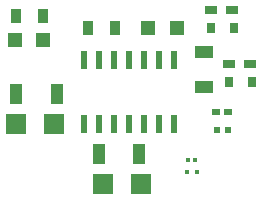
<source format=gts>
G04 #@! TF.FileFunction,Soldermask,Top*
%FSLAX46Y46*%
G04 Gerber Fmt 4.6, Leading zero omitted, Abs format (unit mm)*
G04 Created by KiCad (PCBNEW 4.0.6) date 08/28/18 17:36:48*
%MOMM*%
%LPD*%
G01*
G04 APERTURE LIST*
%ADD10C,0.100000*%
%ADD11R,0.700000X0.600000*%
%ADD12R,0.400000X0.400000*%
%ADD13R,1.300000X1.198880*%
%ADD14R,1.000000X0.797560*%
%ADD15R,0.900000X1.300000*%
%ADD16R,0.700000X0.900000*%
%ADD17R,0.450000X0.430000*%
%ADD18R,0.600000X0.600000*%
%ADD19R,1.700000X1.800860*%
%ADD20R,1.100000X1.700000*%
%ADD21R,1.600000X1.000000*%
%ADD22R,0.600000X1.500000*%
G04 APERTURE END LIST*
D10*
D11*
X131564000Y-116586000D03*
X130564000Y-116586000D03*
D12*
X128824000Y-120650000D03*
X128224000Y-120650000D03*
D13*
X115951000Y-110490000D03*
X113538000Y-110490000D03*
X124841000Y-109474000D03*
X127254000Y-109474000D03*
D14*
X130175000Y-107950000D03*
X131953000Y-107950000D03*
D15*
X115951000Y-108458000D03*
X113665000Y-108458000D03*
X119761000Y-109474000D03*
X122047000Y-109474000D03*
D16*
X130175000Y-109474000D03*
X132080000Y-109474000D03*
D17*
X128124000Y-121666000D03*
X128924000Y-121666000D03*
D14*
X131699000Y-112522000D03*
X133477000Y-112522000D03*
D16*
X131699000Y-114046000D03*
X133604000Y-114046000D03*
D18*
X130664000Y-118110000D03*
X131564000Y-118110000D03*
D19*
X121031000Y-122682000D03*
X124206000Y-122682000D03*
D20*
X120650000Y-120142000D03*
X124079000Y-120142000D03*
D19*
X116840000Y-117602000D03*
X113665000Y-117602000D03*
D20*
X117094000Y-115062000D03*
X113665000Y-115062000D03*
D21*
X129540000Y-114530000D03*
X129540000Y-111530000D03*
D22*
X127000000Y-112235000D03*
X125730000Y-112235000D03*
X124460000Y-112235000D03*
X123190000Y-112235000D03*
X121920000Y-112235000D03*
X120650000Y-112235000D03*
X119380000Y-112235000D03*
X119380000Y-117635000D03*
X120650000Y-117635000D03*
X121920000Y-117635000D03*
X123190000Y-117635000D03*
X124460000Y-117635000D03*
X125730000Y-117635000D03*
X127000000Y-117635000D03*
M02*

</source>
